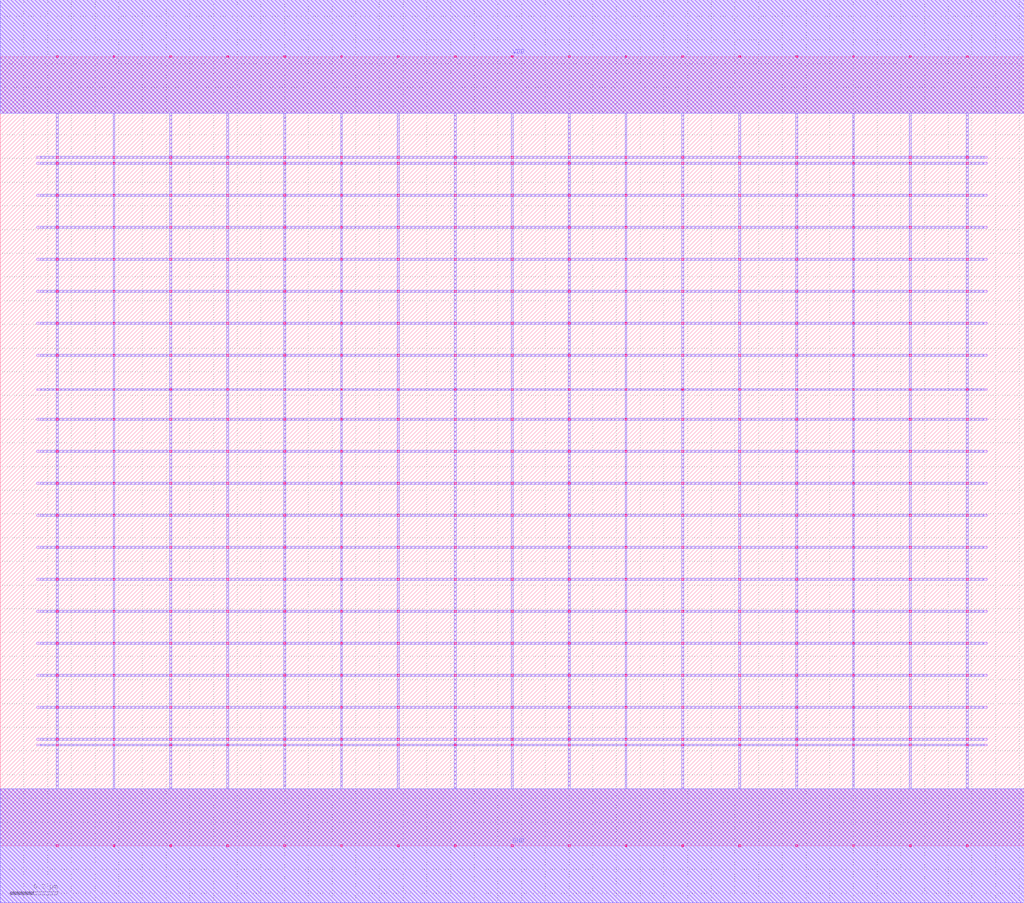
<source format=lef>
MACRO NAND2X1
 CLASS CORE ;
 FOREIGN NAND2X1 0 0 ;
 SIZE 4.32 BY 3.33 ;
 ORIGIN 0 0 ;
 SYMMETRY X Y R90 ;
 SITE unit ;
  PIN VDD
   DIRECTION INOUT ;
   USE POWER ;
   SHAPE ABUTMENT ;
    PORT
     CLASS CORE ;
       LAYER li1 ;
        RECT 0.00000000 3.09000000 4.32000000 3.57000000 ;
       LAYER met1 ;
        RECT 0.00000000 3.09000000 4.32000000 3.57000000 ;
    END
  END VDD

  PIN GND
   DIRECTION INOUT ;
   USE POWER ;
   SHAPE ABUTMENT ;
    PORT
     CLASS CORE ;
       LAYER li1 ;
        RECT 0.00000000 -0.24000000 4.32000000 0.24000000 ;
       LAYER met1 ;
        RECT 0.00000000 -0.24000000 4.32000000 0.24000000 ;
    END
  END GND

 OBS
    LAYER polycont ;
     RECT 1.43600000 0.98600000 1.44400000 0.99400000 ;
     RECT 2.87600000 0.98600000 2.88400000 0.99400000 ;
     RECT 1.43600000 1.92100000 1.44400000 1.92900000 ;
     RECT 2.87600000 1.92100000 2.88400000 1.92900000 ;

    LAYER pdiffc ;
     RECT 0.71600000 2.33600000 0.72400000 2.34400000 ;
     RECT 0.95600000 2.33600000 0.96400000 2.34400000 ;
     RECT 1.91600000 2.33600000 1.92400000 2.34400000 ;
     RECT 2.15600000 2.33600000 2.16400000 2.34400000 ;
     RECT 2.39600000 2.33600000 2.40400000 2.34400000 ;
     RECT 3.35600000 2.33600000 3.36400000 2.34400000 ;
     RECT 3.59600000 2.33600000 3.60400000 2.34400000 ;
     RECT 0.71600000 2.47100000 0.72400000 2.47900000 ;
     RECT 0.95600000 2.47100000 0.96400000 2.47900000 ;
     RECT 1.91600000 2.47100000 1.92400000 2.47900000 ;
     RECT 2.15600000 2.47100000 2.16400000 2.47900000 ;
     RECT 2.39600000 2.47100000 2.40400000 2.47900000 ;
     RECT 3.35600000 2.47100000 3.36400000 2.47900000 ;
     RECT 3.59600000 2.47100000 3.60400000 2.47900000 ;
     RECT 0.71600000 2.60600000 0.72400000 2.61400000 ;
     RECT 0.95600000 2.60600000 0.96400000 2.61400000 ;
     RECT 1.91600000 2.60600000 1.92400000 2.61400000 ;
     RECT 2.15600000 2.60600000 2.16400000 2.61400000 ;
     RECT 2.39600000 2.60600000 2.40400000 2.61400000 ;
     RECT 3.35600000 2.60600000 3.36400000 2.61400000 ;
     RECT 3.59600000 2.60600000 3.60400000 2.61400000 ;
     RECT 0.71600000 2.74100000 0.72400000 2.74900000 ;
     RECT 0.95600000 2.74100000 0.96400000 2.74900000 ;
     RECT 1.91600000 2.74100000 1.92400000 2.74900000 ;
     RECT 2.15600000 2.74100000 2.16400000 2.74900000 ;
     RECT 2.39600000 2.74100000 2.40400000 2.74900000 ;
     RECT 3.35600000 2.74100000 3.36400000 2.74900000 ;
     RECT 3.59600000 2.74100000 3.60400000 2.74900000 ;
     RECT 0.71600000 2.87600000 0.72400000 2.88400000 ;
     RECT 0.95600000 2.87600000 0.96400000 2.88400000 ;
     RECT 1.91600000 2.87600000 1.92400000 2.88400000 ;
     RECT 2.15600000 2.87600000 2.16400000 2.88400000 ;
     RECT 2.39600000 2.87600000 2.40400000 2.88400000 ;
     RECT 3.35600000 2.87600000 3.36400000 2.88400000 ;
     RECT 3.59600000 2.87600000 3.60400000 2.88400000 ;
     RECT 0.71600000 2.90100000 0.72400000 2.90900000 ;
     RECT 0.95600000 2.90100000 0.96400000 2.90900000 ;
     RECT 1.91600000 2.90100000 1.92400000 2.90900000 ;
     RECT 2.15600000 2.90100000 2.16400000 2.90900000 ;
     RECT 2.39600000 2.90100000 2.40400000 2.90900000 ;
     RECT 3.35600000 2.90100000 3.36400000 2.90900000 ;
     RECT 3.59600000 2.90100000 3.60400000 2.90900000 ;

    LAYER ndiffc ;
     RECT 0.71600000 0.42100000 0.72400000 0.42900000 ;
     RECT 0.95600000 0.42100000 0.96400000 0.42900000 ;
     RECT 1.91600000 0.42100000 1.92400000 0.42900000 ;
     RECT 2.15600000 0.42100000 2.16400000 0.42900000 ;
     RECT 2.39600000 0.42100000 2.40400000 0.42900000 ;
     RECT 3.35600000 0.42100000 3.36400000 0.42900000 ;
     RECT 3.59600000 0.42100000 3.60400000 0.42900000 ;
     RECT 0.71600000 0.44600000 0.72400000 0.45400000 ;
     RECT 0.95600000 0.44600000 0.96400000 0.45400000 ;
     RECT 1.91600000 0.44600000 1.92400000 0.45400000 ;
     RECT 2.15600000 0.44600000 2.16400000 0.45400000 ;
     RECT 2.39600000 0.44600000 2.40400000 0.45400000 ;
     RECT 3.35600000 0.44600000 3.36400000 0.45400000 ;
     RECT 3.59600000 0.44600000 3.60400000 0.45400000 ;
     RECT 0.71600000 0.58100000 0.72400000 0.58900000 ;
     RECT 0.95600000 0.58100000 0.96400000 0.58900000 ;
     RECT 1.91600000 0.58100000 1.92400000 0.58900000 ;
     RECT 2.15600000 0.58100000 2.16400000 0.58900000 ;
     RECT 2.39600000 0.58100000 2.40400000 0.58900000 ;
     RECT 3.35600000 0.58100000 3.36400000 0.58900000 ;
     RECT 3.59600000 0.58100000 3.60400000 0.58900000 ;

    LAYER li1 ;
     RECT 0.00000000 -0.24000000 4.32000000 0.24000000 ;
     RECT 0.23600000 0.24000000 0.24400000 0.42100000 ;
     RECT 0.47600000 0.24000000 0.48400000 0.42100000 ;
     RECT 0.71600000 0.24000000 0.72400000 0.42100000 ;
     RECT 0.95600000 0.24000000 0.96400000 0.42100000 ;
     RECT 1.19600000 0.24000000 1.20400000 0.42100000 ;
     RECT 1.43600000 0.24000000 1.44400000 0.42100000 ;
     RECT 1.67600000 0.24000000 1.68400000 0.42100000 ;
     RECT 1.91600000 0.24000000 1.92400000 0.42100000 ;
     RECT 2.15600000 0.24000000 2.16400000 0.42100000 ;
     RECT 2.39600000 0.24000000 2.40400000 0.42100000 ;
     RECT 2.63600000 0.24000000 2.64400000 0.42100000 ;
     RECT 2.87600000 0.24000000 2.88400000 0.42100000 ;
     RECT 3.11600000 0.24000000 3.12400000 0.42100000 ;
     RECT 3.35600000 0.24000000 3.36400000 0.42100000 ;
     RECT 3.59600000 0.24000000 3.60400000 0.42100000 ;
     RECT 3.83600000 0.24000000 3.84400000 0.42100000 ;
     RECT 4.07600000 0.24000000 4.08400000 0.42100000 ;
     RECT 0.15500000 0.42100000 4.16500000 0.42900000 ;
     RECT 0.23600000 0.42900000 0.24400000 0.44600000 ;
     RECT 0.47600000 0.42900000 0.48400000 0.44600000 ;
     RECT 0.71600000 0.42900000 0.72400000 0.44600000 ;
     RECT 0.95600000 0.42900000 0.96400000 0.44600000 ;
     RECT 1.19600000 0.42900000 1.20400000 0.44600000 ;
     RECT 1.43600000 0.42900000 1.44400000 0.44600000 ;
     RECT 1.67600000 0.42900000 1.68400000 0.44600000 ;
     RECT 1.91600000 0.42900000 1.92400000 0.44600000 ;
     RECT 2.15600000 0.42900000 2.16400000 0.44600000 ;
     RECT 2.39600000 0.42900000 2.40400000 0.44600000 ;
     RECT 2.63600000 0.42900000 2.64400000 0.44600000 ;
     RECT 2.87600000 0.42900000 2.88400000 0.44600000 ;
     RECT 3.11600000 0.42900000 3.12400000 0.44600000 ;
     RECT 3.35600000 0.42900000 3.36400000 0.44600000 ;
     RECT 3.59600000 0.42900000 3.60400000 0.44600000 ;
     RECT 3.83600000 0.42900000 3.84400000 0.44600000 ;
     RECT 4.07600000 0.42900000 4.08400000 0.44600000 ;
     RECT 0.15500000 0.44600000 4.16500000 0.45400000 ;
     RECT 0.23600000 0.45400000 0.24400000 0.58100000 ;
     RECT 0.47600000 0.45400000 0.48400000 0.58100000 ;
     RECT 0.71600000 0.45400000 0.72400000 0.58100000 ;
     RECT 0.95600000 0.45400000 0.96400000 0.58100000 ;
     RECT 1.19600000 0.45400000 1.20400000 0.58100000 ;
     RECT 1.43600000 0.45400000 1.44400000 0.58100000 ;
     RECT 1.67600000 0.45400000 1.68400000 0.58100000 ;
     RECT 1.91600000 0.45400000 1.92400000 0.58100000 ;
     RECT 2.15600000 0.45400000 2.16400000 0.58100000 ;
     RECT 2.39600000 0.45400000 2.40400000 0.58100000 ;
     RECT 2.63600000 0.45400000 2.64400000 0.58100000 ;
     RECT 2.87600000 0.45400000 2.88400000 0.58100000 ;
     RECT 3.11600000 0.45400000 3.12400000 0.58100000 ;
     RECT 3.35600000 0.45400000 3.36400000 0.58100000 ;
     RECT 3.59600000 0.45400000 3.60400000 0.58100000 ;
     RECT 3.83600000 0.45400000 3.84400000 0.58100000 ;
     RECT 4.07600000 0.45400000 4.08400000 0.58100000 ;
     RECT 0.15500000 0.58100000 4.16500000 0.58900000 ;
     RECT 0.23600000 0.58900000 0.24400000 0.71600000 ;
     RECT 0.47600000 0.58900000 0.48400000 0.71600000 ;
     RECT 0.71600000 0.58900000 0.72400000 0.71600000 ;
     RECT 0.95600000 0.58900000 0.96400000 0.71600000 ;
     RECT 1.19600000 0.58900000 1.20400000 0.71600000 ;
     RECT 1.43600000 0.58900000 1.44400000 0.71600000 ;
     RECT 1.67600000 0.58900000 1.68400000 0.71600000 ;
     RECT 1.91600000 0.58900000 1.92400000 0.71600000 ;
     RECT 2.15600000 0.58900000 2.16400000 0.71600000 ;
     RECT 2.39600000 0.58900000 2.40400000 0.71600000 ;
     RECT 2.63600000 0.58900000 2.64400000 0.71600000 ;
     RECT 2.87600000 0.58900000 2.88400000 0.71600000 ;
     RECT 3.11600000 0.58900000 3.12400000 0.71600000 ;
     RECT 3.35600000 0.58900000 3.36400000 0.71600000 ;
     RECT 3.59600000 0.58900000 3.60400000 0.71600000 ;
     RECT 3.83600000 0.58900000 3.84400000 0.71600000 ;
     RECT 4.07600000 0.58900000 4.08400000 0.71600000 ;
     RECT 0.15500000 0.71600000 4.16500000 0.72400000 ;
     RECT 0.23600000 0.72400000 0.24400000 0.85100000 ;
     RECT 0.47600000 0.72400000 0.48400000 0.85100000 ;
     RECT 0.71600000 0.72400000 0.72400000 0.85100000 ;
     RECT 0.95600000 0.72400000 0.96400000 0.85100000 ;
     RECT 1.19600000 0.72400000 1.20400000 0.85100000 ;
     RECT 1.43600000 0.72400000 1.44400000 0.85100000 ;
     RECT 1.67600000 0.72400000 1.68400000 0.85100000 ;
     RECT 1.91600000 0.72400000 1.92400000 0.85100000 ;
     RECT 2.15600000 0.72400000 2.16400000 0.85100000 ;
     RECT 2.39600000 0.72400000 2.40400000 0.85100000 ;
     RECT 2.63600000 0.72400000 2.64400000 0.85100000 ;
     RECT 2.87600000 0.72400000 2.88400000 0.85100000 ;
     RECT 3.11600000 0.72400000 3.12400000 0.85100000 ;
     RECT 3.35600000 0.72400000 3.36400000 0.85100000 ;
     RECT 3.59600000 0.72400000 3.60400000 0.85100000 ;
     RECT 3.83600000 0.72400000 3.84400000 0.85100000 ;
     RECT 4.07600000 0.72400000 4.08400000 0.85100000 ;
     RECT 0.15500000 0.85100000 4.16500000 0.85900000 ;
     RECT 0.23600000 0.85900000 0.24400000 0.98600000 ;
     RECT 0.47600000 0.85900000 0.48400000 0.98600000 ;
     RECT 0.71600000 0.85900000 0.72400000 0.98600000 ;
     RECT 0.95600000 0.85900000 0.96400000 0.98600000 ;
     RECT 1.19600000 0.85900000 1.20400000 0.98600000 ;
     RECT 1.43600000 0.85900000 1.44400000 0.98600000 ;
     RECT 1.67600000 0.85900000 1.68400000 0.98600000 ;
     RECT 1.91600000 0.85900000 1.92400000 0.98600000 ;
     RECT 2.15600000 0.85900000 2.16400000 0.98600000 ;
     RECT 2.39600000 0.85900000 2.40400000 0.98600000 ;
     RECT 2.63600000 0.85900000 2.64400000 0.98600000 ;
     RECT 2.87600000 0.85900000 2.88400000 0.98600000 ;
     RECT 3.11600000 0.85900000 3.12400000 0.98600000 ;
     RECT 3.35600000 0.85900000 3.36400000 0.98600000 ;
     RECT 3.59600000 0.85900000 3.60400000 0.98600000 ;
     RECT 3.83600000 0.85900000 3.84400000 0.98600000 ;
     RECT 4.07600000 0.85900000 4.08400000 0.98600000 ;
     RECT 0.15500000 0.98600000 4.16500000 0.99400000 ;
     RECT 0.23600000 0.99400000 0.24400000 1.12100000 ;
     RECT 0.47600000 0.99400000 0.48400000 1.12100000 ;
     RECT 0.71600000 0.99400000 0.72400000 1.12100000 ;
     RECT 0.95600000 0.99400000 0.96400000 1.12100000 ;
     RECT 1.19600000 0.99400000 1.20400000 1.12100000 ;
     RECT 1.43600000 0.99400000 1.44400000 1.12100000 ;
     RECT 1.67600000 0.99400000 1.68400000 1.12100000 ;
     RECT 1.91600000 0.99400000 1.92400000 1.12100000 ;
     RECT 2.15600000 0.99400000 2.16400000 1.12100000 ;
     RECT 2.39600000 0.99400000 2.40400000 1.12100000 ;
     RECT 2.63600000 0.99400000 2.64400000 1.12100000 ;
     RECT 2.87600000 0.99400000 2.88400000 1.12100000 ;
     RECT 3.11600000 0.99400000 3.12400000 1.12100000 ;
     RECT 3.35600000 0.99400000 3.36400000 1.12100000 ;
     RECT 3.59600000 0.99400000 3.60400000 1.12100000 ;
     RECT 3.83600000 0.99400000 3.84400000 1.12100000 ;
     RECT 4.07600000 0.99400000 4.08400000 1.12100000 ;
     RECT 0.15500000 1.12100000 4.16500000 1.12900000 ;
     RECT 0.23600000 1.12900000 0.24400000 1.25600000 ;
     RECT 0.47600000 1.12900000 0.48400000 1.25600000 ;
     RECT 0.71600000 1.12900000 0.72400000 1.25600000 ;
     RECT 0.95600000 1.12900000 0.96400000 1.25600000 ;
     RECT 1.19600000 1.12900000 1.20400000 1.25600000 ;
     RECT 1.43600000 1.12900000 1.44400000 1.25600000 ;
     RECT 1.67600000 1.12900000 1.68400000 1.25600000 ;
     RECT 1.91600000 1.12900000 1.92400000 1.25600000 ;
     RECT 2.15600000 1.12900000 2.16400000 1.25600000 ;
     RECT 2.39600000 1.12900000 2.40400000 1.25600000 ;
     RECT 2.63600000 1.12900000 2.64400000 1.25600000 ;
     RECT 2.87600000 1.12900000 2.88400000 1.25600000 ;
     RECT 3.11600000 1.12900000 3.12400000 1.25600000 ;
     RECT 3.35600000 1.12900000 3.36400000 1.25600000 ;
     RECT 3.59600000 1.12900000 3.60400000 1.25600000 ;
     RECT 3.83600000 1.12900000 3.84400000 1.25600000 ;
     RECT 4.07600000 1.12900000 4.08400000 1.25600000 ;
     RECT 0.15500000 1.25600000 4.16500000 1.26400000 ;
     RECT 0.23600000 1.26400000 0.24400000 1.39100000 ;
     RECT 0.47600000 1.26400000 0.48400000 1.39100000 ;
     RECT 0.71600000 1.26400000 0.72400000 1.39100000 ;
     RECT 0.95600000 1.26400000 0.96400000 1.39100000 ;
     RECT 1.19600000 1.26400000 1.20400000 1.39100000 ;
     RECT 1.43600000 1.26400000 1.44400000 1.39100000 ;
     RECT 1.67600000 1.26400000 1.68400000 1.39100000 ;
     RECT 1.91600000 1.26400000 1.92400000 1.39100000 ;
     RECT 2.15600000 1.26400000 2.16400000 1.39100000 ;
     RECT 2.39600000 1.26400000 2.40400000 1.39100000 ;
     RECT 2.63600000 1.26400000 2.64400000 1.39100000 ;
     RECT 2.87600000 1.26400000 2.88400000 1.39100000 ;
     RECT 3.11600000 1.26400000 3.12400000 1.39100000 ;
     RECT 3.35600000 1.26400000 3.36400000 1.39100000 ;
     RECT 3.59600000 1.26400000 3.60400000 1.39100000 ;
     RECT 3.83600000 1.26400000 3.84400000 1.39100000 ;
     RECT 4.07600000 1.26400000 4.08400000 1.39100000 ;
     RECT 0.15500000 1.39100000 4.16500000 1.39900000 ;
     RECT 0.23600000 1.39900000 0.24400000 1.52600000 ;
     RECT 0.47600000 1.39900000 0.48400000 1.52600000 ;
     RECT 0.71600000 1.39900000 0.72400000 1.52600000 ;
     RECT 0.95600000 1.39900000 0.96400000 1.52600000 ;
     RECT 1.19600000 1.39900000 1.20400000 1.52600000 ;
     RECT 1.43600000 1.39900000 1.44400000 1.52600000 ;
     RECT 1.67600000 1.39900000 1.68400000 1.52600000 ;
     RECT 1.91600000 1.39900000 1.92400000 1.52600000 ;
     RECT 2.15600000 1.39900000 2.16400000 1.52600000 ;
     RECT 2.39600000 1.39900000 2.40400000 1.52600000 ;
     RECT 2.63600000 1.39900000 2.64400000 1.52600000 ;
     RECT 2.87600000 1.39900000 2.88400000 1.52600000 ;
     RECT 3.11600000 1.39900000 3.12400000 1.52600000 ;
     RECT 3.35600000 1.39900000 3.36400000 1.52600000 ;
     RECT 3.59600000 1.39900000 3.60400000 1.52600000 ;
     RECT 3.83600000 1.39900000 3.84400000 1.52600000 ;
     RECT 4.07600000 1.39900000 4.08400000 1.52600000 ;
     RECT 0.15500000 1.52600000 4.16500000 1.53400000 ;
     RECT 0.23600000 1.53400000 0.24400000 1.66100000 ;
     RECT 0.47600000 1.53400000 0.48400000 1.66100000 ;
     RECT 0.71600000 1.53400000 0.72400000 1.66100000 ;
     RECT 0.95600000 1.53400000 0.96400000 1.66100000 ;
     RECT 1.19600000 1.53400000 1.20400000 1.66100000 ;
     RECT 1.43600000 1.53400000 1.44400000 1.66100000 ;
     RECT 1.67600000 1.53400000 1.68400000 1.66100000 ;
     RECT 1.91600000 1.53400000 1.92400000 1.66100000 ;
     RECT 2.15600000 1.53400000 2.16400000 1.66100000 ;
     RECT 2.39600000 1.53400000 2.40400000 1.66100000 ;
     RECT 2.63600000 1.53400000 2.64400000 1.66100000 ;
     RECT 2.87600000 1.53400000 2.88400000 1.66100000 ;
     RECT 3.11600000 1.53400000 3.12400000 1.66100000 ;
     RECT 3.35600000 1.53400000 3.36400000 1.66100000 ;
     RECT 3.59600000 1.53400000 3.60400000 1.66100000 ;
     RECT 3.83600000 1.53400000 3.84400000 1.66100000 ;
     RECT 4.07600000 1.53400000 4.08400000 1.66100000 ;
     RECT 0.15500000 1.66100000 4.16500000 1.66900000 ;
     RECT 0.23600000 1.66900000 0.24400000 1.79600000 ;
     RECT 0.47600000 1.66900000 0.48400000 1.79600000 ;
     RECT 0.71600000 1.66900000 0.72400000 1.79600000 ;
     RECT 0.95600000 1.66900000 0.96400000 1.79600000 ;
     RECT 1.19600000 1.66900000 1.20400000 1.79600000 ;
     RECT 1.43600000 1.66900000 1.44400000 1.79600000 ;
     RECT 1.67600000 1.66900000 1.68400000 1.79600000 ;
     RECT 1.91600000 1.66900000 1.92400000 1.79600000 ;
     RECT 2.15600000 1.66900000 2.16400000 1.79600000 ;
     RECT 2.39600000 1.66900000 2.40400000 1.79600000 ;
     RECT 2.63600000 1.66900000 2.64400000 1.79600000 ;
     RECT 2.87600000 1.66900000 2.88400000 1.79600000 ;
     RECT 3.11600000 1.66900000 3.12400000 1.79600000 ;
     RECT 3.35600000 1.66900000 3.36400000 1.79600000 ;
     RECT 3.59600000 1.66900000 3.60400000 1.79600000 ;
     RECT 3.83600000 1.66900000 3.84400000 1.79600000 ;
     RECT 4.07600000 1.66900000 4.08400000 1.79600000 ;
     RECT 0.15500000 1.79600000 4.16500000 1.80400000 ;
     RECT 0.23600000 1.80400000 0.24400000 1.92100000 ;
     RECT 0.47600000 1.80400000 0.48400000 1.92100000 ;
     RECT 0.71600000 1.80400000 0.72400000 1.92100000 ;
     RECT 0.95600000 1.80400000 0.96400000 1.92100000 ;
     RECT 1.19600000 1.80400000 1.20400000 1.92100000 ;
     RECT 1.43600000 1.80400000 1.44400000 1.92100000 ;
     RECT 1.67600000 1.80400000 1.68400000 1.92100000 ;
     RECT 1.91600000 1.80400000 1.92400000 1.92100000 ;
     RECT 2.15600000 1.80400000 2.16400000 1.92100000 ;
     RECT 2.39600000 1.80400000 2.40400000 1.92100000 ;
     RECT 2.63600000 1.80400000 2.64400000 1.92100000 ;
     RECT 2.87600000 1.80400000 2.88400000 1.92100000 ;
     RECT 3.11600000 1.80400000 3.12400000 1.92100000 ;
     RECT 3.35600000 1.80400000 3.36400000 1.92100000 ;
     RECT 3.59600000 1.80400000 3.60400000 1.92100000 ;
     RECT 3.83600000 1.80400000 3.84400000 1.92100000 ;
     RECT 4.07600000 1.80400000 4.08400000 1.92100000 ;
     RECT 0.15500000 1.92100000 4.16500000 1.92900000 ;
     RECT 0.23600000 1.92900000 0.24400000 2.06600000 ;
     RECT 0.47600000 1.92900000 0.48400000 2.06600000 ;
     RECT 0.71600000 1.92900000 0.72400000 2.06600000 ;
     RECT 0.95600000 1.92900000 0.96400000 2.06600000 ;
     RECT 1.19600000 1.92900000 1.20400000 2.06600000 ;
     RECT 1.43600000 1.92900000 1.44400000 2.06600000 ;
     RECT 1.67600000 1.92900000 1.68400000 2.06600000 ;
     RECT 1.91600000 1.92900000 1.92400000 2.06600000 ;
     RECT 2.15600000 1.92900000 2.16400000 2.06600000 ;
     RECT 2.39600000 1.92900000 2.40400000 2.06600000 ;
     RECT 2.63600000 1.92900000 2.64400000 2.06600000 ;
     RECT 2.87600000 1.92900000 2.88400000 2.06600000 ;
     RECT 3.11600000 1.92900000 3.12400000 2.06600000 ;
     RECT 3.35600000 1.92900000 3.36400000 2.06600000 ;
     RECT 3.59600000 1.92900000 3.60400000 2.06600000 ;
     RECT 3.83600000 1.92900000 3.84400000 2.06600000 ;
     RECT 4.07600000 1.92900000 4.08400000 2.06600000 ;
     RECT 0.15500000 2.06600000 4.16500000 2.07400000 ;
     RECT 0.23600000 2.07400000 0.24400000 2.20100000 ;
     RECT 0.47600000 2.07400000 0.48400000 2.20100000 ;
     RECT 0.71600000 2.07400000 0.72400000 2.20100000 ;
     RECT 0.95600000 2.07400000 0.96400000 2.20100000 ;
     RECT 1.19600000 2.07400000 1.20400000 2.20100000 ;
     RECT 1.43600000 2.07400000 1.44400000 2.20100000 ;
     RECT 1.67600000 2.07400000 1.68400000 2.20100000 ;
     RECT 1.91600000 2.07400000 1.92400000 2.20100000 ;
     RECT 2.15600000 2.07400000 2.16400000 2.20100000 ;
     RECT 2.39600000 2.07400000 2.40400000 2.20100000 ;
     RECT 2.63600000 2.07400000 2.64400000 2.20100000 ;
     RECT 2.87600000 2.07400000 2.88400000 2.20100000 ;
     RECT 3.11600000 2.07400000 3.12400000 2.20100000 ;
     RECT 3.35600000 2.07400000 3.36400000 2.20100000 ;
     RECT 3.59600000 2.07400000 3.60400000 2.20100000 ;
     RECT 3.83600000 2.07400000 3.84400000 2.20100000 ;
     RECT 4.07600000 2.07400000 4.08400000 2.20100000 ;
     RECT 0.15500000 2.20100000 4.16500000 2.20900000 ;
     RECT 0.23600000 2.20900000 0.24400000 2.33600000 ;
     RECT 0.47600000 2.20900000 0.48400000 2.33600000 ;
     RECT 0.71600000 2.20900000 0.72400000 2.33600000 ;
     RECT 0.95600000 2.20900000 0.96400000 2.33600000 ;
     RECT 1.19600000 2.20900000 1.20400000 2.33600000 ;
     RECT 1.43600000 2.20900000 1.44400000 2.33600000 ;
     RECT 1.67600000 2.20900000 1.68400000 2.33600000 ;
     RECT 1.91600000 2.20900000 1.92400000 2.33600000 ;
     RECT 2.15600000 2.20900000 2.16400000 2.33600000 ;
     RECT 2.39600000 2.20900000 2.40400000 2.33600000 ;
     RECT 2.63600000 2.20900000 2.64400000 2.33600000 ;
     RECT 2.87600000 2.20900000 2.88400000 2.33600000 ;
     RECT 3.11600000 2.20900000 3.12400000 2.33600000 ;
     RECT 3.35600000 2.20900000 3.36400000 2.33600000 ;
     RECT 3.59600000 2.20900000 3.60400000 2.33600000 ;
     RECT 3.83600000 2.20900000 3.84400000 2.33600000 ;
     RECT 4.07600000 2.20900000 4.08400000 2.33600000 ;
     RECT 0.15500000 2.33600000 4.16500000 2.34400000 ;
     RECT 0.23600000 2.34400000 0.24400000 2.47100000 ;
     RECT 0.47600000 2.34400000 0.48400000 2.47100000 ;
     RECT 0.71600000 2.34400000 0.72400000 2.47100000 ;
     RECT 0.95600000 2.34400000 0.96400000 2.47100000 ;
     RECT 1.19600000 2.34400000 1.20400000 2.47100000 ;
     RECT 1.43600000 2.34400000 1.44400000 2.47100000 ;
     RECT 1.67600000 2.34400000 1.68400000 2.47100000 ;
     RECT 1.91600000 2.34400000 1.92400000 2.47100000 ;
     RECT 2.15600000 2.34400000 2.16400000 2.47100000 ;
     RECT 2.39600000 2.34400000 2.40400000 2.47100000 ;
     RECT 2.63600000 2.34400000 2.64400000 2.47100000 ;
     RECT 2.87600000 2.34400000 2.88400000 2.47100000 ;
     RECT 3.11600000 2.34400000 3.12400000 2.47100000 ;
     RECT 3.35600000 2.34400000 3.36400000 2.47100000 ;
     RECT 3.59600000 2.34400000 3.60400000 2.47100000 ;
     RECT 3.83600000 2.34400000 3.84400000 2.47100000 ;
     RECT 4.07600000 2.34400000 4.08400000 2.47100000 ;
     RECT 0.15500000 2.47100000 4.16500000 2.47900000 ;
     RECT 0.23600000 2.47900000 0.24400000 2.60600000 ;
     RECT 0.47600000 2.47900000 0.48400000 2.60600000 ;
     RECT 0.71600000 2.47900000 0.72400000 2.60600000 ;
     RECT 0.95600000 2.47900000 0.96400000 2.60600000 ;
     RECT 1.19600000 2.47900000 1.20400000 2.60600000 ;
     RECT 1.43600000 2.47900000 1.44400000 2.60600000 ;
     RECT 1.67600000 2.47900000 1.68400000 2.60600000 ;
     RECT 1.91600000 2.47900000 1.92400000 2.60600000 ;
     RECT 2.15600000 2.47900000 2.16400000 2.60600000 ;
     RECT 2.39600000 2.47900000 2.40400000 2.60600000 ;
     RECT 2.63600000 2.47900000 2.64400000 2.60600000 ;
     RECT 2.87600000 2.47900000 2.88400000 2.60600000 ;
     RECT 3.11600000 2.47900000 3.12400000 2.60600000 ;
     RECT 3.35600000 2.47900000 3.36400000 2.60600000 ;
     RECT 3.59600000 2.47900000 3.60400000 2.60600000 ;
     RECT 3.83600000 2.47900000 3.84400000 2.60600000 ;
     RECT 4.07600000 2.47900000 4.08400000 2.60600000 ;
     RECT 0.15500000 2.60600000 4.16500000 2.61400000 ;
     RECT 0.23600000 2.61400000 0.24400000 2.74100000 ;
     RECT 0.47600000 2.61400000 0.48400000 2.74100000 ;
     RECT 0.71600000 2.61400000 0.72400000 2.74100000 ;
     RECT 0.95600000 2.61400000 0.96400000 2.74100000 ;
     RECT 1.19600000 2.61400000 1.20400000 2.74100000 ;
     RECT 1.43600000 2.61400000 1.44400000 2.74100000 ;
     RECT 1.67600000 2.61400000 1.68400000 2.74100000 ;
     RECT 1.91600000 2.61400000 1.92400000 2.74100000 ;
     RECT 2.15600000 2.61400000 2.16400000 2.74100000 ;
     RECT 2.39600000 2.61400000 2.40400000 2.74100000 ;
     RECT 2.63600000 2.61400000 2.64400000 2.74100000 ;
     RECT 2.87600000 2.61400000 2.88400000 2.74100000 ;
     RECT 3.11600000 2.61400000 3.12400000 2.74100000 ;
     RECT 3.35600000 2.61400000 3.36400000 2.74100000 ;
     RECT 3.59600000 2.61400000 3.60400000 2.74100000 ;
     RECT 3.83600000 2.61400000 3.84400000 2.74100000 ;
     RECT 4.07600000 2.61400000 4.08400000 2.74100000 ;
     RECT 0.15500000 2.74100000 4.16500000 2.74900000 ;
     RECT 0.23600000 2.74900000 0.24400000 2.87600000 ;
     RECT 0.47600000 2.74900000 0.48400000 2.87600000 ;
     RECT 0.71600000 2.74900000 0.72400000 2.87600000 ;
     RECT 0.95600000 2.74900000 0.96400000 2.87600000 ;
     RECT 1.19600000 2.74900000 1.20400000 2.87600000 ;
     RECT 1.43600000 2.74900000 1.44400000 2.87600000 ;
     RECT 1.67600000 2.74900000 1.68400000 2.87600000 ;
     RECT 1.91600000 2.74900000 1.92400000 2.87600000 ;
     RECT 2.15600000 2.74900000 2.16400000 2.87600000 ;
     RECT 2.39600000 2.74900000 2.40400000 2.87600000 ;
     RECT 2.63600000 2.74900000 2.64400000 2.87600000 ;
     RECT 2.87600000 2.74900000 2.88400000 2.87600000 ;
     RECT 3.11600000 2.74900000 3.12400000 2.87600000 ;
     RECT 3.35600000 2.74900000 3.36400000 2.87600000 ;
     RECT 3.59600000 2.74900000 3.60400000 2.87600000 ;
     RECT 3.83600000 2.74900000 3.84400000 2.87600000 ;
     RECT 4.07600000 2.74900000 4.08400000 2.87600000 ;
     RECT 0.15500000 2.87600000 4.16500000 2.88400000 ;
     RECT 0.23600000 2.88400000 0.24400000 2.90100000 ;
     RECT 0.47600000 2.88400000 0.48400000 2.90100000 ;
     RECT 0.71600000 2.88400000 0.72400000 2.90100000 ;
     RECT 0.95600000 2.88400000 0.96400000 2.90100000 ;
     RECT 1.19600000 2.88400000 1.20400000 2.90100000 ;
     RECT 1.43600000 2.88400000 1.44400000 2.90100000 ;
     RECT 1.67600000 2.88400000 1.68400000 2.90100000 ;
     RECT 1.91600000 2.88400000 1.92400000 2.90100000 ;
     RECT 2.15600000 2.88400000 2.16400000 2.90100000 ;
     RECT 2.39600000 2.88400000 2.40400000 2.90100000 ;
     RECT 2.63600000 2.88400000 2.64400000 2.90100000 ;
     RECT 2.87600000 2.88400000 2.88400000 2.90100000 ;
     RECT 3.11600000 2.88400000 3.12400000 2.90100000 ;
     RECT 3.35600000 2.88400000 3.36400000 2.90100000 ;
     RECT 3.59600000 2.88400000 3.60400000 2.90100000 ;
     RECT 3.83600000 2.88400000 3.84400000 2.90100000 ;
     RECT 4.07600000 2.88400000 4.08400000 2.90100000 ;
     RECT 0.15500000 2.90100000 4.16500000 2.90900000 ;
     RECT 0.23600000 2.90900000 0.24400000 3.09000000 ;
     RECT 0.47600000 2.90900000 0.48400000 3.09000000 ;
     RECT 0.71600000 2.90900000 0.72400000 3.09000000 ;
     RECT 0.95600000 2.90900000 0.96400000 3.09000000 ;
     RECT 1.19600000 2.90900000 1.20400000 3.09000000 ;
     RECT 1.43600000 2.90900000 1.44400000 3.09000000 ;
     RECT 1.67600000 2.90900000 1.68400000 3.09000000 ;
     RECT 1.91600000 2.90900000 1.92400000 3.09000000 ;
     RECT 2.15600000 2.90900000 2.16400000 3.09000000 ;
     RECT 2.39600000 2.90900000 2.40400000 3.09000000 ;
     RECT 2.63600000 2.90900000 2.64400000 3.09000000 ;
     RECT 2.87600000 2.90900000 2.88400000 3.09000000 ;
     RECT 3.11600000 2.90900000 3.12400000 3.09000000 ;
     RECT 3.35600000 2.90900000 3.36400000 3.09000000 ;
     RECT 3.59600000 2.90900000 3.60400000 3.09000000 ;
     RECT 3.83600000 2.90900000 3.84400000 3.09000000 ;
     RECT 4.07600000 2.90900000 4.08400000 3.09000000 ;
     RECT 0.00000000 3.09000000 4.32000000 3.57000000 ;

    LAYER viali ;
     RECT 0.23600000 -0.00400000 0.24400000 0.00400000 ;
     RECT 0.47600000 -0.00400000 0.48400000 0.00400000 ;
     RECT 0.71600000 -0.00400000 0.72400000 0.00400000 ;
     RECT 0.95600000 -0.00400000 0.96400000 0.00400000 ;
     RECT 1.19600000 -0.00400000 1.20400000 0.00400000 ;
     RECT 1.43600000 -0.00400000 1.44400000 0.00400000 ;
     RECT 1.67600000 -0.00400000 1.68400000 0.00400000 ;
     RECT 1.91600000 -0.00400000 1.92400000 0.00400000 ;
     RECT 2.15600000 -0.00400000 2.16400000 0.00400000 ;
     RECT 2.39600000 -0.00400000 2.40400000 0.00400000 ;
     RECT 2.63600000 -0.00400000 2.64400000 0.00400000 ;
     RECT 2.87600000 -0.00400000 2.88400000 0.00400000 ;
     RECT 3.11600000 -0.00400000 3.12400000 0.00400000 ;
     RECT 3.35600000 -0.00400000 3.36400000 0.00400000 ;
     RECT 3.59600000 -0.00400000 3.60400000 0.00400000 ;
     RECT 3.83600000 -0.00400000 3.84400000 0.00400000 ;
     RECT 4.07600000 -0.00400000 4.08400000 0.00400000 ;
     RECT 0.23600000 0.42100000 0.24400000 0.42900000 ;
     RECT 0.47600000 0.42100000 0.48400000 0.42900000 ;
     RECT 0.71600000 0.42100000 0.72400000 0.42900000 ;
     RECT 0.95600000 0.42100000 0.96400000 0.42900000 ;
     RECT 1.19600000 0.42100000 1.20400000 0.42900000 ;
     RECT 1.43600000 0.42100000 1.44400000 0.42900000 ;
     RECT 1.67600000 0.42100000 1.68400000 0.42900000 ;
     RECT 1.91600000 0.42100000 1.92400000 0.42900000 ;
     RECT 2.15600000 0.42100000 2.16400000 0.42900000 ;
     RECT 2.39600000 0.42100000 2.40400000 0.42900000 ;
     RECT 2.63600000 0.42100000 2.64400000 0.42900000 ;
     RECT 2.87600000 0.42100000 2.88400000 0.42900000 ;
     RECT 3.11600000 0.42100000 3.12400000 0.42900000 ;
     RECT 3.35600000 0.42100000 3.36400000 0.42900000 ;
     RECT 3.59600000 0.42100000 3.60400000 0.42900000 ;
     RECT 3.83600000 0.42100000 3.84400000 0.42900000 ;
     RECT 4.07600000 0.42100000 4.08400000 0.42900000 ;
     RECT 0.23600000 0.44600000 0.24400000 0.45400000 ;
     RECT 0.47600000 0.44600000 0.48400000 0.45400000 ;
     RECT 0.71600000 0.44600000 0.72400000 0.45400000 ;
     RECT 0.95600000 0.44600000 0.96400000 0.45400000 ;
     RECT 1.19600000 0.44600000 1.20400000 0.45400000 ;
     RECT 1.43600000 0.44600000 1.44400000 0.45400000 ;
     RECT 1.67600000 0.44600000 1.68400000 0.45400000 ;
     RECT 1.91600000 0.44600000 1.92400000 0.45400000 ;
     RECT 2.15600000 0.44600000 2.16400000 0.45400000 ;
     RECT 2.39600000 0.44600000 2.40400000 0.45400000 ;
     RECT 2.63600000 0.44600000 2.64400000 0.45400000 ;
     RECT 2.87600000 0.44600000 2.88400000 0.45400000 ;
     RECT 3.11600000 0.44600000 3.12400000 0.45400000 ;
     RECT 3.35600000 0.44600000 3.36400000 0.45400000 ;
     RECT 3.59600000 0.44600000 3.60400000 0.45400000 ;
     RECT 3.83600000 0.44600000 3.84400000 0.45400000 ;
     RECT 4.07600000 0.44600000 4.08400000 0.45400000 ;
     RECT 0.23600000 0.58100000 0.24400000 0.58900000 ;
     RECT 0.47600000 0.58100000 0.48400000 0.58900000 ;
     RECT 0.71600000 0.58100000 0.72400000 0.58900000 ;
     RECT 0.95600000 0.58100000 0.96400000 0.58900000 ;
     RECT 1.19600000 0.58100000 1.20400000 0.58900000 ;
     RECT 1.43600000 0.58100000 1.44400000 0.58900000 ;
     RECT 1.67600000 0.58100000 1.68400000 0.58900000 ;
     RECT 1.91600000 0.58100000 1.92400000 0.58900000 ;
     RECT 2.15600000 0.58100000 2.16400000 0.58900000 ;
     RECT 2.39600000 0.58100000 2.40400000 0.58900000 ;
     RECT 2.63600000 0.58100000 2.64400000 0.58900000 ;
     RECT 2.87600000 0.58100000 2.88400000 0.58900000 ;
     RECT 3.11600000 0.58100000 3.12400000 0.58900000 ;
     RECT 3.35600000 0.58100000 3.36400000 0.58900000 ;
     RECT 3.59600000 0.58100000 3.60400000 0.58900000 ;
     RECT 3.83600000 0.58100000 3.84400000 0.58900000 ;
     RECT 4.07600000 0.58100000 4.08400000 0.58900000 ;
     RECT 0.23600000 0.71600000 0.24400000 0.72400000 ;
     RECT 0.47600000 0.71600000 0.48400000 0.72400000 ;
     RECT 0.71600000 0.71600000 0.72400000 0.72400000 ;
     RECT 0.95600000 0.71600000 0.96400000 0.72400000 ;
     RECT 1.19600000 0.71600000 1.20400000 0.72400000 ;
     RECT 1.43600000 0.71600000 1.44400000 0.72400000 ;
     RECT 1.67600000 0.71600000 1.68400000 0.72400000 ;
     RECT 1.91600000 0.71600000 1.92400000 0.72400000 ;
     RECT 2.15600000 0.71600000 2.16400000 0.72400000 ;
     RECT 2.39600000 0.71600000 2.40400000 0.72400000 ;
     RECT 2.63600000 0.71600000 2.64400000 0.72400000 ;
     RECT 2.87600000 0.71600000 2.88400000 0.72400000 ;
     RECT 3.11600000 0.71600000 3.12400000 0.72400000 ;
     RECT 3.35600000 0.71600000 3.36400000 0.72400000 ;
     RECT 3.59600000 0.71600000 3.60400000 0.72400000 ;
     RECT 3.83600000 0.71600000 3.84400000 0.72400000 ;
     RECT 4.07600000 0.71600000 4.08400000 0.72400000 ;
     RECT 0.23600000 0.85100000 0.24400000 0.85900000 ;
     RECT 0.47600000 0.85100000 0.48400000 0.85900000 ;
     RECT 0.71600000 0.85100000 0.72400000 0.85900000 ;
     RECT 0.95600000 0.85100000 0.96400000 0.85900000 ;
     RECT 1.19600000 0.85100000 1.20400000 0.85900000 ;
     RECT 1.43600000 0.85100000 1.44400000 0.85900000 ;
     RECT 1.67600000 0.85100000 1.68400000 0.85900000 ;
     RECT 1.91600000 0.85100000 1.92400000 0.85900000 ;
     RECT 2.15600000 0.85100000 2.16400000 0.85900000 ;
     RECT 2.39600000 0.85100000 2.40400000 0.85900000 ;
     RECT 2.63600000 0.85100000 2.64400000 0.85900000 ;
     RECT 2.87600000 0.85100000 2.88400000 0.85900000 ;
     RECT 3.11600000 0.85100000 3.12400000 0.85900000 ;
     RECT 3.35600000 0.85100000 3.36400000 0.85900000 ;
     RECT 3.59600000 0.85100000 3.60400000 0.85900000 ;
     RECT 3.83600000 0.85100000 3.84400000 0.85900000 ;
     RECT 4.07600000 0.85100000 4.08400000 0.85900000 ;
     RECT 0.23600000 0.98600000 0.24400000 0.99400000 ;
     RECT 0.47600000 0.98600000 0.48400000 0.99400000 ;
     RECT 0.71600000 0.98600000 0.72400000 0.99400000 ;
     RECT 0.95600000 0.98600000 0.96400000 0.99400000 ;
     RECT 1.19600000 0.98600000 1.20400000 0.99400000 ;
     RECT 1.43600000 0.98600000 1.44400000 0.99400000 ;
     RECT 1.67600000 0.98600000 1.68400000 0.99400000 ;
     RECT 1.91600000 0.98600000 1.92400000 0.99400000 ;
     RECT 2.15600000 0.98600000 2.16400000 0.99400000 ;
     RECT 2.39600000 0.98600000 2.40400000 0.99400000 ;
     RECT 2.63600000 0.98600000 2.64400000 0.99400000 ;
     RECT 2.87600000 0.98600000 2.88400000 0.99400000 ;
     RECT 3.11600000 0.98600000 3.12400000 0.99400000 ;
     RECT 3.35600000 0.98600000 3.36400000 0.99400000 ;
     RECT 3.59600000 0.98600000 3.60400000 0.99400000 ;
     RECT 3.83600000 0.98600000 3.84400000 0.99400000 ;
     RECT 4.07600000 0.98600000 4.08400000 0.99400000 ;
     RECT 0.23600000 1.12100000 0.24400000 1.12900000 ;
     RECT 0.47600000 1.12100000 0.48400000 1.12900000 ;
     RECT 0.71600000 1.12100000 0.72400000 1.12900000 ;
     RECT 0.95600000 1.12100000 0.96400000 1.12900000 ;
     RECT 1.19600000 1.12100000 1.20400000 1.12900000 ;
     RECT 1.43600000 1.12100000 1.44400000 1.12900000 ;
     RECT 1.67600000 1.12100000 1.68400000 1.12900000 ;
     RECT 1.91600000 1.12100000 1.92400000 1.12900000 ;
     RECT 2.15600000 1.12100000 2.16400000 1.12900000 ;
     RECT 2.39600000 1.12100000 2.40400000 1.12900000 ;
     RECT 2.63600000 1.12100000 2.64400000 1.12900000 ;
     RECT 2.87600000 1.12100000 2.88400000 1.12900000 ;
     RECT 3.11600000 1.12100000 3.12400000 1.12900000 ;
     RECT 3.35600000 1.12100000 3.36400000 1.12900000 ;
     RECT 3.59600000 1.12100000 3.60400000 1.12900000 ;
     RECT 3.83600000 1.12100000 3.84400000 1.12900000 ;
     RECT 4.07600000 1.12100000 4.08400000 1.12900000 ;
     RECT 0.23600000 1.25600000 0.24400000 1.26400000 ;
     RECT 0.47600000 1.25600000 0.48400000 1.26400000 ;
     RECT 0.71600000 1.25600000 0.72400000 1.26400000 ;
     RECT 0.95600000 1.25600000 0.96400000 1.26400000 ;
     RECT 1.19600000 1.25600000 1.20400000 1.26400000 ;
     RECT 1.43600000 1.25600000 1.44400000 1.26400000 ;
     RECT 1.67600000 1.25600000 1.68400000 1.26400000 ;
     RECT 1.91600000 1.25600000 1.92400000 1.26400000 ;
     RECT 2.15600000 1.25600000 2.16400000 1.26400000 ;
     RECT 2.39600000 1.25600000 2.40400000 1.26400000 ;
     RECT 2.63600000 1.25600000 2.64400000 1.26400000 ;
     RECT 2.87600000 1.25600000 2.88400000 1.26400000 ;
     RECT 3.11600000 1.25600000 3.12400000 1.26400000 ;
     RECT 3.35600000 1.25600000 3.36400000 1.26400000 ;
     RECT 3.59600000 1.25600000 3.60400000 1.26400000 ;
     RECT 3.83600000 1.25600000 3.84400000 1.26400000 ;
     RECT 4.07600000 1.25600000 4.08400000 1.26400000 ;
     RECT 0.23600000 1.39100000 0.24400000 1.39900000 ;
     RECT 0.47600000 1.39100000 0.48400000 1.39900000 ;
     RECT 0.71600000 1.39100000 0.72400000 1.39900000 ;
     RECT 0.95600000 1.39100000 0.96400000 1.39900000 ;
     RECT 1.19600000 1.39100000 1.20400000 1.39900000 ;
     RECT 1.43600000 1.39100000 1.44400000 1.39900000 ;
     RECT 1.67600000 1.39100000 1.68400000 1.39900000 ;
     RECT 1.91600000 1.39100000 1.92400000 1.39900000 ;
     RECT 2.15600000 1.39100000 2.16400000 1.39900000 ;
     RECT 2.39600000 1.39100000 2.40400000 1.39900000 ;
     RECT 2.63600000 1.39100000 2.64400000 1.39900000 ;
     RECT 2.87600000 1.39100000 2.88400000 1.39900000 ;
     RECT 3.11600000 1.39100000 3.12400000 1.39900000 ;
     RECT 3.35600000 1.39100000 3.36400000 1.39900000 ;
     RECT 3.59600000 1.39100000 3.60400000 1.39900000 ;
     RECT 3.83600000 1.39100000 3.84400000 1.39900000 ;
     RECT 4.07600000 1.39100000 4.08400000 1.39900000 ;
     RECT 0.23600000 1.52600000 0.24400000 1.53400000 ;
     RECT 0.47600000 1.52600000 0.48400000 1.53400000 ;
     RECT 0.71600000 1.52600000 0.72400000 1.53400000 ;
     RECT 0.95600000 1.52600000 0.96400000 1.53400000 ;
     RECT 1.19600000 1.52600000 1.20400000 1.53400000 ;
     RECT 1.43600000 1.52600000 1.44400000 1.53400000 ;
     RECT 1.67600000 1.52600000 1.68400000 1.53400000 ;
     RECT 1.91600000 1.52600000 1.92400000 1.53400000 ;
     RECT 2.15600000 1.52600000 2.16400000 1.53400000 ;
     RECT 2.39600000 1.52600000 2.40400000 1.53400000 ;
     RECT 2.63600000 1.52600000 2.64400000 1.53400000 ;
     RECT 2.87600000 1.52600000 2.88400000 1.53400000 ;
     RECT 3.11600000 1.52600000 3.12400000 1.53400000 ;
     RECT 3.35600000 1.52600000 3.36400000 1.53400000 ;
     RECT 3.59600000 1.52600000 3.60400000 1.53400000 ;
     RECT 3.83600000 1.52600000 3.84400000 1.53400000 ;
     RECT 4.07600000 1.52600000 4.08400000 1.53400000 ;
     RECT 0.23600000 1.66100000 0.24400000 1.66900000 ;
     RECT 0.47600000 1.66100000 0.48400000 1.66900000 ;
     RECT 0.71600000 1.66100000 0.72400000 1.66900000 ;
     RECT 0.95600000 1.66100000 0.96400000 1.66900000 ;
     RECT 1.19600000 1.66100000 1.20400000 1.66900000 ;
     RECT 1.43600000 1.66100000 1.44400000 1.66900000 ;
     RECT 1.67600000 1.66100000 1.68400000 1.66900000 ;
     RECT 1.91600000 1.66100000 1.92400000 1.66900000 ;
     RECT 2.15600000 1.66100000 2.16400000 1.66900000 ;
     RECT 2.39600000 1.66100000 2.40400000 1.66900000 ;
     RECT 2.63600000 1.66100000 2.64400000 1.66900000 ;
     RECT 2.87600000 1.66100000 2.88400000 1.66900000 ;
     RECT 3.11600000 1.66100000 3.12400000 1.66900000 ;
     RECT 3.35600000 1.66100000 3.36400000 1.66900000 ;
     RECT 3.59600000 1.66100000 3.60400000 1.66900000 ;
     RECT 3.83600000 1.66100000 3.84400000 1.66900000 ;
     RECT 4.07600000 1.66100000 4.08400000 1.66900000 ;
     RECT 0.23600000 1.79600000 0.24400000 1.80400000 ;
     RECT 0.47600000 1.79600000 0.48400000 1.80400000 ;
     RECT 0.71600000 1.79600000 0.72400000 1.80400000 ;
     RECT 0.95600000 1.79600000 0.96400000 1.80400000 ;
     RECT 1.19600000 1.79600000 1.20400000 1.80400000 ;
     RECT 1.43600000 1.79600000 1.44400000 1.80400000 ;
     RECT 1.67600000 1.79600000 1.68400000 1.80400000 ;
     RECT 1.91600000 1.79600000 1.92400000 1.80400000 ;
     RECT 2.15600000 1.79600000 2.16400000 1.80400000 ;
     RECT 2.39600000 1.79600000 2.40400000 1.80400000 ;
     RECT 2.63600000 1.79600000 2.64400000 1.80400000 ;
     RECT 2.87600000 1.79600000 2.88400000 1.80400000 ;
     RECT 3.11600000 1.79600000 3.12400000 1.80400000 ;
     RECT 3.35600000 1.79600000 3.36400000 1.80400000 ;
     RECT 3.59600000 1.79600000 3.60400000 1.80400000 ;
     RECT 3.83600000 1.79600000 3.84400000 1.80400000 ;
     RECT 4.07600000 1.79600000 4.08400000 1.80400000 ;
     RECT 0.23600000 1.92100000 0.24400000 1.92900000 ;
     RECT 0.47600000 1.92100000 0.48400000 1.92900000 ;
     RECT 0.71600000 1.92100000 0.72400000 1.92900000 ;
     RECT 0.95600000 1.92100000 0.96400000 1.92900000 ;
     RECT 1.19600000 1.92100000 1.20400000 1.92900000 ;
     RECT 1.43600000 1.92100000 1.44400000 1.92900000 ;
     RECT 1.67600000 1.92100000 1.68400000 1.92900000 ;
     RECT 1.91600000 1.92100000 1.92400000 1.92900000 ;
     RECT 2.15600000 1.92100000 2.16400000 1.92900000 ;
     RECT 2.39600000 1.92100000 2.40400000 1.92900000 ;
     RECT 2.63600000 1.92100000 2.64400000 1.92900000 ;
     RECT 2.87600000 1.92100000 2.88400000 1.92900000 ;
     RECT 3.11600000 1.92100000 3.12400000 1.92900000 ;
     RECT 3.35600000 1.92100000 3.36400000 1.92900000 ;
     RECT 3.59600000 1.92100000 3.60400000 1.92900000 ;
     RECT 3.83600000 1.92100000 3.84400000 1.92900000 ;
     RECT 4.07600000 1.92100000 4.08400000 1.92900000 ;
     RECT 0.23600000 2.06600000 0.24400000 2.07400000 ;
     RECT 0.47600000 2.06600000 0.48400000 2.07400000 ;
     RECT 0.71600000 2.06600000 0.72400000 2.07400000 ;
     RECT 0.95600000 2.06600000 0.96400000 2.07400000 ;
     RECT 1.19600000 2.06600000 1.20400000 2.07400000 ;
     RECT 1.43600000 2.06600000 1.44400000 2.07400000 ;
     RECT 1.67600000 2.06600000 1.68400000 2.07400000 ;
     RECT 1.91600000 2.06600000 1.92400000 2.07400000 ;
     RECT 2.15600000 2.06600000 2.16400000 2.07400000 ;
     RECT 2.39600000 2.06600000 2.40400000 2.07400000 ;
     RECT 2.63600000 2.06600000 2.64400000 2.07400000 ;
     RECT 2.87600000 2.06600000 2.88400000 2.07400000 ;
     RECT 3.11600000 2.06600000 3.12400000 2.07400000 ;
     RECT 3.35600000 2.06600000 3.36400000 2.07400000 ;
     RECT 3.59600000 2.06600000 3.60400000 2.07400000 ;
     RECT 3.83600000 2.06600000 3.84400000 2.07400000 ;
     RECT 4.07600000 2.06600000 4.08400000 2.07400000 ;
     RECT 0.23600000 2.20100000 0.24400000 2.20900000 ;
     RECT 0.47600000 2.20100000 0.48400000 2.20900000 ;
     RECT 0.71600000 2.20100000 0.72400000 2.20900000 ;
     RECT 0.95600000 2.20100000 0.96400000 2.20900000 ;
     RECT 1.19600000 2.20100000 1.20400000 2.20900000 ;
     RECT 1.43600000 2.20100000 1.44400000 2.20900000 ;
     RECT 1.67600000 2.20100000 1.68400000 2.20900000 ;
     RECT 1.91600000 2.20100000 1.92400000 2.20900000 ;
     RECT 2.15600000 2.20100000 2.16400000 2.20900000 ;
     RECT 2.39600000 2.20100000 2.40400000 2.20900000 ;
     RECT 2.63600000 2.20100000 2.64400000 2.20900000 ;
     RECT 2.87600000 2.20100000 2.88400000 2.20900000 ;
     RECT 3.11600000 2.20100000 3.12400000 2.20900000 ;
     RECT 3.35600000 2.20100000 3.36400000 2.20900000 ;
     RECT 3.59600000 2.20100000 3.60400000 2.20900000 ;
     RECT 3.83600000 2.20100000 3.84400000 2.20900000 ;
     RECT 4.07600000 2.20100000 4.08400000 2.20900000 ;
     RECT 0.23600000 2.33600000 0.24400000 2.34400000 ;
     RECT 0.47600000 2.33600000 0.48400000 2.34400000 ;
     RECT 0.71600000 2.33600000 0.72400000 2.34400000 ;
     RECT 0.95600000 2.33600000 0.96400000 2.34400000 ;
     RECT 1.19600000 2.33600000 1.20400000 2.34400000 ;
     RECT 1.43600000 2.33600000 1.44400000 2.34400000 ;
     RECT 1.67600000 2.33600000 1.68400000 2.34400000 ;
     RECT 1.91600000 2.33600000 1.92400000 2.34400000 ;
     RECT 2.15600000 2.33600000 2.16400000 2.34400000 ;
     RECT 2.39600000 2.33600000 2.40400000 2.34400000 ;
     RECT 2.63600000 2.33600000 2.64400000 2.34400000 ;
     RECT 2.87600000 2.33600000 2.88400000 2.34400000 ;
     RECT 3.11600000 2.33600000 3.12400000 2.34400000 ;
     RECT 3.35600000 2.33600000 3.36400000 2.34400000 ;
     RECT 3.59600000 2.33600000 3.60400000 2.34400000 ;
     RECT 3.83600000 2.33600000 3.84400000 2.34400000 ;
     RECT 4.07600000 2.33600000 4.08400000 2.34400000 ;
     RECT 0.23600000 2.47100000 0.24400000 2.47900000 ;
     RECT 0.47600000 2.47100000 0.48400000 2.47900000 ;
     RECT 0.71600000 2.47100000 0.72400000 2.47900000 ;
     RECT 0.95600000 2.47100000 0.96400000 2.47900000 ;
     RECT 1.19600000 2.47100000 1.20400000 2.47900000 ;
     RECT 1.43600000 2.47100000 1.44400000 2.47900000 ;
     RECT 1.67600000 2.47100000 1.68400000 2.47900000 ;
     RECT 1.91600000 2.47100000 1.92400000 2.47900000 ;
     RECT 2.15600000 2.47100000 2.16400000 2.47900000 ;
     RECT 2.39600000 2.47100000 2.40400000 2.47900000 ;
     RECT 2.63600000 2.47100000 2.64400000 2.47900000 ;
     RECT 2.87600000 2.47100000 2.88400000 2.47900000 ;
     RECT 3.11600000 2.47100000 3.12400000 2.47900000 ;
     RECT 3.35600000 2.47100000 3.36400000 2.47900000 ;
     RECT 3.59600000 2.47100000 3.60400000 2.47900000 ;
     RECT 3.83600000 2.47100000 3.84400000 2.47900000 ;
     RECT 4.07600000 2.47100000 4.08400000 2.47900000 ;
     RECT 0.23600000 2.60600000 0.24400000 2.61400000 ;
     RECT 0.47600000 2.60600000 0.48400000 2.61400000 ;
     RECT 0.71600000 2.60600000 0.72400000 2.61400000 ;
     RECT 0.95600000 2.60600000 0.96400000 2.61400000 ;
     RECT 1.19600000 2.60600000 1.20400000 2.61400000 ;
     RECT 1.43600000 2.60600000 1.44400000 2.61400000 ;
     RECT 1.67600000 2.60600000 1.68400000 2.61400000 ;
     RECT 1.91600000 2.60600000 1.92400000 2.61400000 ;
     RECT 2.15600000 2.60600000 2.16400000 2.61400000 ;
     RECT 2.39600000 2.60600000 2.40400000 2.61400000 ;
     RECT 2.63600000 2.60600000 2.64400000 2.61400000 ;
     RECT 2.87600000 2.60600000 2.88400000 2.61400000 ;
     RECT 3.11600000 2.60600000 3.12400000 2.61400000 ;
     RECT 3.35600000 2.60600000 3.36400000 2.61400000 ;
     RECT 3.59600000 2.60600000 3.60400000 2.61400000 ;
     RECT 3.83600000 2.60600000 3.84400000 2.61400000 ;
     RECT 4.07600000 2.60600000 4.08400000 2.61400000 ;
     RECT 0.23600000 2.74100000 0.24400000 2.74900000 ;
     RECT 0.47600000 2.74100000 0.48400000 2.74900000 ;
     RECT 0.71600000 2.74100000 0.72400000 2.74900000 ;
     RECT 0.95600000 2.74100000 0.96400000 2.74900000 ;
     RECT 1.19600000 2.74100000 1.20400000 2.74900000 ;
     RECT 1.43600000 2.74100000 1.44400000 2.74900000 ;
     RECT 1.67600000 2.74100000 1.68400000 2.74900000 ;
     RECT 1.91600000 2.74100000 1.92400000 2.74900000 ;
     RECT 2.15600000 2.74100000 2.16400000 2.74900000 ;
     RECT 2.39600000 2.74100000 2.40400000 2.74900000 ;
     RECT 2.63600000 2.74100000 2.64400000 2.74900000 ;
     RECT 2.87600000 2.74100000 2.88400000 2.74900000 ;
     RECT 3.11600000 2.74100000 3.12400000 2.74900000 ;
     RECT 3.35600000 2.74100000 3.36400000 2.74900000 ;
     RECT 3.59600000 2.74100000 3.60400000 2.74900000 ;
     RECT 3.83600000 2.74100000 3.84400000 2.74900000 ;
     RECT 4.07600000 2.74100000 4.08400000 2.74900000 ;
     RECT 0.23600000 2.87600000 0.24400000 2.88400000 ;
     RECT 0.47600000 2.87600000 0.48400000 2.88400000 ;
     RECT 0.71600000 2.87600000 0.72400000 2.88400000 ;
     RECT 0.95600000 2.87600000 0.96400000 2.88400000 ;
     RECT 1.19600000 2.87600000 1.20400000 2.88400000 ;
     RECT 1.43600000 2.87600000 1.44400000 2.88400000 ;
     RECT 1.67600000 2.87600000 1.68400000 2.88400000 ;
     RECT 1.91600000 2.87600000 1.92400000 2.88400000 ;
     RECT 2.15600000 2.87600000 2.16400000 2.88400000 ;
     RECT 2.39600000 2.87600000 2.40400000 2.88400000 ;
     RECT 2.63600000 2.87600000 2.64400000 2.88400000 ;
     RECT 2.87600000 2.87600000 2.88400000 2.88400000 ;
     RECT 3.11600000 2.87600000 3.12400000 2.88400000 ;
     RECT 3.35600000 2.87600000 3.36400000 2.88400000 ;
     RECT 3.59600000 2.87600000 3.60400000 2.88400000 ;
     RECT 3.83600000 2.87600000 3.84400000 2.88400000 ;
     RECT 4.07600000 2.87600000 4.08400000 2.88400000 ;
     RECT 0.23600000 2.90100000 0.24400000 2.90900000 ;
     RECT 0.47600000 2.90100000 0.48400000 2.90900000 ;
     RECT 0.71600000 2.90100000 0.72400000 2.90900000 ;
     RECT 0.95600000 2.90100000 0.96400000 2.90900000 ;
     RECT 1.19600000 2.90100000 1.20400000 2.90900000 ;
     RECT 1.43600000 2.90100000 1.44400000 2.90900000 ;
     RECT 1.67600000 2.90100000 1.68400000 2.90900000 ;
     RECT 1.91600000 2.90100000 1.92400000 2.90900000 ;
     RECT 2.15600000 2.90100000 2.16400000 2.90900000 ;
     RECT 2.39600000 2.90100000 2.40400000 2.90900000 ;
     RECT 2.63600000 2.90100000 2.64400000 2.90900000 ;
     RECT 2.87600000 2.90100000 2.88400000 2.90900000 ;
     RECT 3.11600000 2.90100000 3.12400000 2.90900000 ;
     RECT 3.35600000 2.90100000 3.36400000 2.90900000 ;
     RECT 3.59600000 2.90100000 3.60400000 2.90900000 ;
     RECT 3.83600000 2.90100000 3.84400000 2.90900000 ;
     RECT 4.07600000 2.90100000 4.08400000 2.90900000 ;
     RECT 0.23600000 3.32600000 0.24400000 3.33400000 ;
     RECT 0.47600000 3.32600000 0.48400000 3.33400000 ;
     RECT 0.71600000 3.32600000 0.72400000 3.33400000 ;
     RECT 0.95600000 3.32600000 0.96400000 3.33400000 ;
     RECT 1.19600000 3.32600000 1.20400000 3.33400000 ;
     RECT 1.43600000 3.32600000 1.44400000 3.33400000 ;
     RECT 1.67600000 3.32600000 1.68400000 3.33400000 ;
     RECT 1.91600000 3.32600000 1.92400000 3.33400000 ;
     RECT 2.15600000 3.32600000 2.16400000 3.33400000 ;
     RECT 2.39600000 3.32600000 2.40400000 3.33400000 ;
     RECT 2.63600000 3.32600000 2.64400000 3.33400000 ;
     RECT 2.87600000 3.32600000 2.88400000 3.33400000 ;
     RECT 3.11600000 3.32600000 3.12400000 3.33400000 ;
     RECT 3.35600000 3.32600000 3.36400000 3.33400000 ;
     RECT 3.59600000 3.32600000 3.60400000 3.33400000 ;
     RECT 3.83600000 3.32600000 3.84400000 3.33400000 ;
     RECT 4.07600000 3.32600000 4.08400000 3.33400000 ;

    LAYER met1 ;
     RECT 0.00000000 -0.24000000 4.32000000 0.24000000 ;
     RECT 0.23600000 0.24000000 0.24400000 0.42100000 ;
     RECT 0.47600000 0.24000000 0.48400000 0.42100000 ;
     RECT 0.71600000 0.24000000 0.72400000 0.42100000 ;
     RECT 0.95600000 0.24000000 0.96400000 0.42100000 ;
     RECT 1.19600000 0.24000000 1.20400000 0.42100000 ;
     RECT 1.43600000 0.24000000 1.44400000 0.42100000 ;
     RECT 1.67600000 0.24000000 1.68400000 0.42100000 ;
     RECT 1.91600000 0.24000000 1.92400000 0.42100000 ;
     RECT 2.15600000 0.24000000 2.16400000 0.42100000 ;
     RECT 2.39600000 0.24000000 2.40400000 0.42100000 ;
     RECT 2.63600000 0.24000000 2.64400000 0.42100000 ;
     RECT 2.87600000 0.24000000 2.88400000 0.42100000 ;
     RECT 3.11600000 0.24000000 3.12400000 0.42100000 ;
     RECT 3.35600000 0.24000000 3.36400000 0.42100000 ;
     RECT 3.59600000 0.24000000 3.60400000 0.42100000 ;
     RECT 3.83600000 0.24000000 3.84400000 0.42100000 ;
     RECT 4.07600000 0.24000000 4.08400000 0.42100000 ;
     RECT 0.17000000 0.42100000 4.15000000 0.42900000 ;
     RECT 0.23600000 0.42900000 0.24400000 0.44600000 ;
     RECT 0.47600000 0.42900000 0.48400000 0.44600000 ;
     RECT 0.71600000 0.42900000 0.72400000 0.44600000 ;
     RECT 0.95600000 0.42900000 0.96400000 0.44600000 ;
     RECT 1.19600000 0.42900000 1.20400000 0.44600000 ;
     RECT 1.43600000 0.42900000 1.44400000 0.44600000 ;
     RECT 1.67600000 0.42900000 1.68400000 0.44600000 ;
     RECT 1.91600000 0.42900000 1.92400000 0.44600000 ;
     RECT 2.15600000 0.42900000 2.16400000 0.44600000 ;
     RECT 2.39600000 0.42900000 2.40400000 0.44600000 ;
     RECT 2.63600000 0.42900000 2.64400000 0.44600000 ;
     RECT 2.87600000 0.42900000 2.88400000 0.44600000 ;
     RECT 3.11600000 0.42900000 3.12400000 0.44600000 ;
     RECT 3.35600000 0.42900000 3.36400000 0.44600000 ;
     RECT 3.59600000 0.42900000 3.60400000 0.44600000 ;
     RECT 3.83600000 0.42900000 3.84400000 0.44600000 ;
     RECT 4.07600000 0.42900000 4.08400000 0.44600000 ;
     RECT 0.17000000 0.44600000 4.15000000 0.45400000 ;
     RECT 0.23600000 0.45400000 0.24400000 0.58100000 ;
     RECT 0.47600000 0.45400000 0.48400000 0.58100000 ;
     RECT 0.71600000 0.45400000 0.72400000 0.58100000 ;
     RECT 0.95600000 0.45400000 0.96400000 0.58100000 ;
     RECT 1.19600000 0.45400000 1.20400000 0.58100000 ;
     RECT 1.43600000 0.45400000 1.44400000 0.58100000 ;
     RECT 1.67600000 0.45400000 1.68400000 0.58100000 ;
     RECT 1.91600000 0.45400000 1.92400000 0.58100000 ;
     RECT 2.15600000 0.45400000 2.16400000 0.58100000 ;
     RECT 2.39600000 0.45400000 2.40400000 0.58100000 ;
     RECT 2.63600000 0.45400000 2.64400000 0.58100000 ;
     RECT 2.87600000 0.45400000 2.88400000 0.58100000 ;
     RECT 3.11600000 0.45400000 3.12400000 0.58100000 ;
     RECT 3.35600000 0.45400000 3.36400000 0.58100000 ;
     RECT 3.59600000 0.45400000 3.60400000 0.58100000 ;
     RECT 3.83600000 0.45400000 3.84400000 0.58100000 ;
     RECT 4.07600000 0.45400000 4.08400000 0.58100000 ;
     RECT 0.17000000 0.58100000 4.15000000 0.58900000 ;
     RECT 0.23600000 0.58900000 0.24400000 0.71600000 ;
     RECT 0.47600000 0.58900000 0.48400000 0.71600000 ;
     RECT 0.71600000 0.58900000 0.72400000 0.71600000 ;
     RECT 0.95600000 0.58900000 0.96400000 0.71600000 ;
     RECT 1.19600000 0.58900000 1.20400000 0.71600000 ;
     RECT 1.43600000 0.58900000 1.44400000 0.71600000 ;
     RECT 1.67600000 0.58900000 1.68400000 0.71600000 ;
     RECT 1.91600000 0.58900000 1.92400000 0.71600000 ;
     RECT 2.15600000 0.58900000 2.16400000 0.71600000 ;
     RECT 2.39600000 0.58900000 2.40400000 0.71600000 ;
     RECT 2.63600000 0.58900000 2.64400000 0.71600000 ;
     RECT 2.87600000 0.58900000 2.88400000 0.71600000 ;
     RECT 3.11600000 0.58900000 3.12400000 0.71600000 ;
     RECT 3.35600000 0.58900000 3.36400000 0.71600000 ;
     RECT 3.59600000 0.58900000 3.60400000 0.71600000 ;
     RECT 3.83600000 0.58900000 3.84400000 0.71600000 ;
     RECT 4.07600000 0.58900000 4.08400000 0.71600000 ;
     RECT 0.17000000 0.71600000 4.15000000 0.72400000 ;
     RECT 0.23600000 0.72400000 0.24400000 0.85100000 ;
     RECT 0.47600000 0.72400000 0.48400000 0.85100000 ;
     RECT 0.71600000 0.72400000 0.72400000 0.85100000 ;
     RECT 0.95600000 0.72400000 0.96400000 0.85100000 ;
     RECT 1.19600000 0.72400000 1.20400000 0.85100000 ;
     RECT 1.43600000 0.72400000 1.44400000 0.85100000 ;
     RECT 1.67600000 0.72400000 1.68400000 0.85100000 ;
     RECT 1.91600000 0.72400000 1.92400000 0.85100000 ;
     RECT 2.15600000 0.72400000 2.16400000 0.85100000 ;
     RECT 2.39600000 0.72400000 2.40400000 0.85100000 ;
     RECT 2.63600000 0.72400000 2.64400000 0.85100000 ;
     RECT 2.87600000 0.72400000 2.88400000 0.85100000 ;
     RECT 3.11600000 0.72400000 3.12400000 0.85100000 ;
     RECT 3.35600000 0.72400000 3.36400000 0.85100000 ;
     RECT 3.59600000 0.72400000 3.60400000 0.85100000 ;
     RECT 3.83600000 0.72400000 3.84400000 0.85100000 ;
     RECT 4.07600000 0.72400000 4.08400000 0.85100000 ;
     RECT 0.17000000 0.85100000 4.15000000 0.85900000 ;
     RECT 0.23600000 0.85900000 0.24400000 0.98600000 ;
     RECT 0.47600000 0.85900000 0.48400000 0.98600000 ;
     RECT 0.71600000 0.85900000 0.72400000 0.98600000 ;
     RECT 0.95600000 0.85900000 0.96400000 0.98600000 ;
     RECT 1.19600000 0.85900000 1.20400000 0.98600000 ;
     RECT 1.43600000 0.85900000 1.44400000 0.98600000 ;
     RECT 1.67600000 0.85900000 1.68400000 0.98600000 ;
     RECT 1.91600000 0.85900000 1.92400000 0.98600000 ;
     RECT 2.15600000 0.85900000 2.16400000 0.98600000 ;
     RECT 2.39600000 0.85900000 2.40400000 0.98600000 ;
     RECT 2.63600000 0.85900000 2.64400000 0.98600000 ;
     RECT 2.87600000 0.85900000 2.88400000 0.98600000 ;
     RECT 3.11600000 0.85900000 3.12400000 0.98600000 ;
     RECT 3.35600000 0.85900000 3.36400000 0.98600000 ;
     RECT 3.59600000 0.85900000 3.60400000 0.98600000 ;
     RECT 3.83600000 0.85900000 3.84400000 0.98600000 ;
     RECT 4.07600000 0.85900000 4.08400000 0.98600000 ;
     RECT 0.17000000 0.98600000 4.15000000 0.99400000 ;
     RECT 0.23600000 0.99400000 0.24400000 1.12100000 ;
     RECT 0.47600000 0.99400000 0.48400000 1.12100000 ;
     RECT 0.71600000 0.99400000 0.72400000 1.12100000 ;
     RECT 0.95600000 0.99400000 0.96400000 1.12100000 ;
     RECT 1.19600000 0.99400000 1.20400000 1.12100000 ;
     RECT 1.43600000 0.99400000 1.44400000 1.12100000 ;
     RECT 1.67600000 0.99400000 1.68400000 1.12100000 ;
     RECT 1.91600000 0.99400000 1.92400000 1.12100000 ;
     RECT 2.15600000 0.99400000 2.16400000 1.12100000 ;
     RECT 2.39600000 0.99400000 2.40400000 1.12100000 ;
     RECT 2.63600000 0.99400000 2.64400000 1.12100000 ;
     RECT 2.87600000 0.99400000 2.88400000 1.12100000 ;
     RECT 3.11600000 0.99400000 3.12400000 1.12100000 ;
     RECT 3.35600000 0.99400000 3.36400000 1.12100000 ;
     RECT 3.59600000 0.99400000 3.60400000 1.12100000 ;
     RECT 3.83600000 0.99400000 3.84400000 1.12100000 ;
     RECT 4.07600000 0.99400000 4.08400000 1.12100000 ;
     RECT 0.17000000 1.12100000 4.15000000 1.12900000 ;
     RECT 0.23600000 1.12900000 0.24400000 1.25600000 ;
     RECT 0.47600000 1.12900000 0.48400000 1.25600000 ;
     RECT 0.71600000 1.12900000 0.72400000 1.25600000 ;
     RECT 0.95600000 1.12900000 0.96400000 1.25600000 ;
     RECT 1.19600000 1.12900000 1.20400000 1.25600000 ;
     RECT 1.43600000 1.12900000 1.44400000 1.25600000 ;
     RECT 1.67600000 1.12900000 1.68400000 1.25600000 ;
     RECT 1.91600000 1.12900000 1.92400000 1.25600000 ;
     RECT 2.15600000 1.12900000 2.16400000 1.25600000 ;
     RECT 2.39600000 1.12900000 2.40400000 1.25600000 ;
     RECT 2.63600000 1.12900000 2.64400000 1.25600000 ;
     RECT 2.87600000 1.12900000 2.88400000 1.25600000 ;
     RECT 3.11600000 1.12900000 3.12400000 1.25600000 ;
     RECT 3.35600000 1.12900000 3.36400000 1.25600000 ;
     RECT 3.59600000 1.12900000 3.60400000 1.25600000 ;
     RECT 3.83600000 1.12900000 3.84400000 1.25600000 ;
     RECT 4.07600000 1.12900000 4.08400000 1.25600000 ;
     RECT 0.17000000 1.25600000 4.15000000 1.26400000 ;
     RECT 0.23600000 1.26400000 0.24400000 1.39100000 ;
     RECT 0.47600000 1.26400000 0.48400000 1.39100000 ;
     RECT 0.71600000 1.26400000 0.72400000 1.39100000 ;
     RECT 0.95600000 1.26400000 0.96400000 1.39100000 ;
     RECT 1.19600000 1.26400000 1.20400000 1.39100000 ;
     RECT 1.43600000 1.26400000 1.44400000 1.39100000 ;
     RECT 1.67600000 1.26400000 1.68400000 1.39100000 ;
     RECT 1.91600000 1.26400000 1.92400000 1.39100000 ;
     RECT 2.15600000 1.26400000 2.16400000 1.39100000 ;
     RECT 2.39600000 1.26400000 2.40400000 1.39100000 ;
     RECT 2.63600000 1.26400000 2.64400000 1.39100000 ;
     RECT 2.87600000 1.26400000 2.88400000 1.39100000 ;
     RECT 3.11600000 1.26400000 3.12400000 1.39100000 ;
     RECT 3.35600000 1.26400000 3.36400000 1.39100000 ;
     RECT 3.59600000 1.26400000 3.60400000 1.39100000 ;
     RECT 3.83600000 1.26400000 3.84400000 1.39100000 ;
     RECT 4.07600000 1.26400000 4.08400000 1.39100000 ;
     RECT 0.17000000 1.39100000 4.15000000 1.39900000 ;
     RECT 0.23600000 1.39900000 0.24400000 1.52600000 ;
     RECT 0.47600000 1.39900000 0.48400000 1.52600000 ;
     RECT 0.71600000 1.39900000 0.72400000 1.52600000 ;
     RECT 0.95600000 1.39900000 0.96400000 1.52600000 ;
     RECT 1.19600000 1.39900000 1.20400000 1.52600000 ;
     RECT 1.43600000 1.39900000 1.44400000 1.52600000 ;
     RECT 1.67600000 1.39900000 1.68400000 1.52600000 ;
     RECT 1.91600000 1.39900000 1.92400000 1.52600000 ;
     RECT 2.15600000 1.39900000 2.16400000 1.52600000 ;
     RECT 2.39600000 1.39900000 2.40400000 1.52600000 ;
     RECT 2.63600000 1.39900000 2.64400000 1.52600000 ;
     RECT 2.87600000 1.39900000 2.88400000 1.52600000 ;
     RECT 3.11600000 1.39900000 3.12400000 1.52600000 ;
     RECT 3.35600000 1.39900000 3.36400000 1.52600000 ;
     RECT 3.59600000 1.39900000 3.60400000 1.52600000 ;
     RECT 3.83600000 1.39900000 3.84400000 1.52600000 ;
     RECT 4.07600000 1.39900000 4.08400000 1.52600000 ;
     RECT 0.17000000 1.52600000 4.15000000 1.53400000 ;
     RECT 0.23600000 1.53400000 0.24400000 1.66100000 ;
     RECT 0.47600000 1.53400000 0.48400000 1.66100000 ;
     RECT 0.71600000 1.53400000 0.72400000 1.66100000 ;
     RECT 0.95600000 1.53400000 0.96400000 1.66100000 ;
     RECT 1.19600000 1.53400000 1.20400000 1.66100000 ;
     RECT 1.43600000 1.53400000 1.44400000 1.66100000 ;
     RECT 1.67600000 1.53400000 1.68400000 1.66100000 ;
     RECT 1.91600000 1.53400000 1.92400000 1.66100000 ;
     RECT 2.15600000 1.53400000 2.16400000 1.66100000 ;
     RECT 2.39600000 1.53400000 2.40400000 1.66100000 ;
     RECT 2.63600000 1.53400000 2.64400000 1.66100000 ;
     RECT 2.87600000 1.53400000 2.88400000 1.66100000 ;
     RECT 3.11600000 1.53400000 3.12400000 1.66100000 ;
     RECT 3.35600000 1.53400000 3.36400000 1.66100000 ;
     RECT 3.59600000 1.53400000 3.60400000 1.66100000 ;
     RECT 3.83600000 1.53400000 3.84400000 1.66100000 ;
     RECT 4.07600000 1.53400000 4.08400000 1.66100000 ;
     RECT 0.17000000 1.66100000 4.15000000 1.66900000 ;
     RECT 0.23600000 1.66900000 0.24400000 1.79600000 ;
     RECT 0.47600000 1.66900000 0.48400000 1.79600000 ;
     RECT 0.71600000 1.66900000 0.72400000 1.79600000 ;
     RECT 0.95600000 1.66900000 0.96400000 1.79600000 ;
     RECT 1.19600000 1.66900000 1.20400000 1.79600000 ;
     RECT 1.43600000 1.66900000 1.44400000 1.79600000 ;
     RECT 1.67600000 1.66900000 1.68400000 1.79600000 ;
     RECT 1.91600000 1.66900000 1.92400000 1.79600000 ;
     RECT 2.15600000 1.66900000 2.16400000 1.79600000 ;
     RECT 2.39600000 1.66900000 2.40400000 1.79600000 ;
     RECT 2.63600000 1.66900000 2.64400000 1.79600000 ;
     RECT 2.87600000 1.66900000 2.88400000 1.79600000 ;
     RECT 3.11600000 1.66900000 3.12400000 1.79600000 ;
     RECT 3.35600000 1.66900000 3.36400000 1.79600000 ;
     RECT 3.59600000 1.66900000 3.60400000 1.79600000 ;
     RECT 3.83600000 1.66900000 3.84400000 1.79600000 ;
     RECT 4.07600000 1.66900000 4.08400000 1.79600000 ;
     RECT 0.17000000 1.79600000 4.15000000 1.80400000 ;
     RECT 0.23600000 1.80400000 0.24400000 1.92100000 ;
     RECT 0.47600000 1.80400000 0.48400000 1.92100000 ;
     RECT 0.71600000 1.80400000 0.72400000 1.92100000 ;
     RECT 0.95600000 1.80400000 0.96400000 1.92100000 ;
     RECT 1.19600000 1.80400000 1.20400000 1.92100000 ;
     RECT 1.43600000 1.80400000 1.44400000 1.92100000 ;
     RECT 1.67600000 1.80400000 1.68400000 1.92100000 ;
     RECT 1.91600000 1.80400000 1.92400000 1.92100000 ;
     RECT 2.15600000 1.80400000 2.16400000 1.92100000 ;
     RECT 2.39600000 1.80400000 2.40400000 1.92100000 ;
     RECT 2.63600000 1.80400000 2.64400000 1.92100000 ;
     RECT 2.87600000 1.80400000 2.88400000 1.92100000 ;
     RECT 3.11600000 1.80400000 3.12400000 1.92100000 ;
     RECT 3.35600000 1.80400000 3.36400000 1.92100000 ;
     RECT 3.59600000 1.80400000 3.60400000 1.92100000 ;
     RECT 3.83600000 1.80400000 3.84400000 1.92100000 ;
     RECT 4.07600000 1.80400000 4.08400000 1.92100000 ;
     RECT 0.17000000 1.92100000 4.15000000 1.92900000 ;
     RECT 0.23600000 1.92900000 0.24400000 2.06600000 ;
     RECT 0.47600000 1.92900000 0.48400000 2.06600000 ;
     RECT 0.71600000 1.92900000 0.72400000 2.06600000 ;
     RECT 0.95600000 1.92900000 0.96400000 2.06600000 ;
     RECT 1.19600000 1.92900000 1.20400000 2.06600000 ;
     RECT 1.43600000 1.92900000 1.44400000 2.06600000 ;
     RECT 1.67600000 1.92900000 1.68400000 2.06600000 ;
     RECT 1.91600000 1.92900000 1.92400000 2.06600000 ;
     RECT 2.15600000 1.92900000 2.16400000 2.06600000 ;
     RECT 2.39600000 1.92900000 2.40400000 2.06600000 ;
     RECT 2.63600000 1.92900000 2.64400000 2.06600000 ;
     RECT 2.87600000 1.92900000 2.88400000 2.06600000 ;
     RECT 3.11600000 1.92900000 3.12400000 2.06600000 ;
     RECT 3.35600000 1.92900000 3.36400000 2.06600000 ;
     RECT 3.59600000 1.92900000 3.60400000 2.06600000 ;
     RECT 3.83600000 1.92900000 3.84400000 2.06600000 ;
     RECT 4.07600000 1.92900000 4.08400000 2.06600000 ;
     RECT 0.17000000 2.06600000 4.15000000 2.07400000 ;
     RECT 0.23600000 2.07400000 0.24400000 2.20100000 ;
     RECT 0.47600000 2.07400000 0.48400000 2.20100000 ;
     RECT 0.71600000 2.07400000 0.72400000 2.20100000 ;
     RECT 0.95600000 2.07400000 0.96400000 2.20100000 ;
     RECT 1.19600000 2.07400000 1.20400000 2.20100000 ;
     RECT 1.43600000 2.07400000 1.44400000 2.20100000 ;
     RECT 1.67600000 2.07400000 1.68400000 2.20100000 ;
     RECT 1.91600000 2.07400000 1.92400000 2.20100000 ;
     RECT 2.15600000 2.07400000 2.16400000 2.20100000 ;
     RECT 2.39600000 2.07400000 2.40400000 2.20100000 ;
     RECT 2.63600000 2.07400000 2.64400000 2.20100000 ;
     RECT 2.87600000 2.07400000 2.88400000 2.20100000 ;
     RECT 3.11600000 2.07400000 3.12400000 2.20100000 ;
     RECT 3.35600000 2.07400000 3.36400000 2.20100000 ;
     RECT 3.59600000 2.07400000 3.60400000 2.20100000 ;
     RECT 3.83600000 2.07400000 3.84400000 2.20100000 ;
     RECT 4.07600000 2.07400000 4.08400000 2.20100000 ;
     RECT 0.17000000 2.20100000 4.15000000 2.20900000 ;
     RECT 0.23600000 2.20900000 0.24400000 2.33600000 ;
     RECT 0.47600000 2.20900000 0.48400000 2.33600000 ;
     RECT 0.71600000 2.20900000 0.72400000 2.33600000 ;
     RECT 0.95600000 2.20900000 0.96400000 2.33600000 ;
     RECT 1.19600000 2.20900000 1.20400000 2.33600000 ;
     RECT 1.43600000 2.20900000 1.44400000 2.33600000 ;
     RECT 1.67600000 2.20900000 1.68400000 2.33600000 ;
     RECT 1.91600000 2.20900000 1.92400000 2.33600000 ;
     RECT 2.15600000 2.20900000 2.16400000 2.33600000 ;
     RECT 2.39600000 2.20900000 2.40400000 2.33600000 ;
     RECT 2.63600000 2.20900000 2.64400000 2.33600000 ;
     RECT 2.87600000 2.20900000 2.88400000 2.33600000 ;
     RECT 3.11600000 2.20900000 3.12400000 2.33600000 ;
     RECT 3.35600000 2.20900000 3.36400000 2.33600000 ;
     RECT 3.59600000 2.20900000 3.60400000 2.33600000 ;
     RECT 3.83600000 2.20900000 3.84400000 2.33600000 ;
     RECT 4.07600000 2.20900000 4.08400000 2.33600000 ;
     RECT 0.17000000 2.33600000 4.15000000 2.34400000 ;
     RECT 0.23600000 2.34400000 0.24400000 2.47100000 ;
     RECT 0.47600000 2.34400000 0.48400000 2.47100000 ;
     RECT 0.71600000 2.34400000 0.72400000 2.47100000 ;
     RECT 0.95600000 2.34400000 0.96400000 2.47100000 ;
     RECT 1.19600000 2.34400000 1.20400000 2.47100000 ;
     RECT 1.43600000 2.34400000 1.44400000 2.47100000 ;
     RECT 1.67600000 2.34400000 1.68400000 2.47100000 ;
     RECT 1.91600000 2.34400000 1.92400000 2.47100000 ;
     RECT 2.15600000 2.34400000 2.16400000 2.47100000 ;
     RECT 2.39600000 2.34400000 2.40400000 2.47100000 ;
     RECT 2.63600000 2.34400000 2.64400000 2.47100000 ;
     RECT 2.87600000 2.34400000 2.88400000 2.47100000 ;
     RECT 3.11600000 2.34400000 3.12400000 2.47100000 ;
     RECT 3.35600000 2.34400000 3.36400000 2.47100000 ;
     RECT 3.59600000 2.34400000 3.60400000 2.47100000 ;
     RECT 3.83600000 2.34400000 3.84400000 2.47100000 ;
     RECT 4.07600000 2.34400000 4.08400000 2.47100000 ;
     RECT 0.17000000 2.47100000 4.15000000 2.47900000 ;
     RECT 0.23600000 2.47900000 0.24400000 2.60600000 ;
     RECT 0.47600000 2.47900000 0.48400000 2.60600000 ;
     RECT 0.71600000 2.47900000 0.72400000 2.60600000 ;
     RECT 0.95600000 2.47900000 0.96400000 2.60600000 ;
     RECT 1.19600000 2.47900000 1.20400000 2.60600000 ;
     RECT 1.43600000 2.47900000 1.44400000 2.60600000 ;
     RECT 1.67600000 2.47900000 1.68400000 2.60600000 ;
     RECT 1.91600000 2.47900000 1.92400000 2.60600000 ;
     RECT 2.15600000 2.47900000 2.16400000 2.60600000 ;
     RECT 2.39600000 2.47900000 2.40400000 2.60600000 ;
     RECT 2.63600000 2.47900000 2.64400000 2.60600000 ;
     RECT 2.87600000 2.47900000 2.88400000 2.60600000 ;
     RECT 3.11600000 2.47900000 3.12400000 2.60600000 ;
     RECT 3.35600000 2.47900000 3.36400000 2.60600000 ;
     RECT 3.59600000 2.47900000 3.60400000 2.60600000 ;
     RECT 3.83600000 2.47900000 3.84400000 2.60600000 ;
     RECT 4.07600000 2.47900000 4.08400000 2.60600000 ;
     RECT 0.17000000 2.60600000 4.15000000 2.61400000 ;
     RECT 0.23600000 2.61400000 0.24400000 2.74100000 ;
     RECT 0.47600000 2.61400000 0.48400000 2.74100000 ;
     RECT 0.71600000 2.61400000 0.72400000 2.74100000 ;
     RECT 0.95600000 2.61400000 0.96400000 2.74100000 ;
     RECT 1.19600000 2.61400000 1.20400000 2.74100000 ;
     RECT 1.43600000 2.61400000 1.44400000 2.74100000 ;
     RECT 1.67600000 2.61400000 1.68400000 2.74100000 ;
     RECT 1.91600000 2.61400000 1.92400000 2.74100000 ;
     RECT 2.15600000 2.61400000 2.16400000 2.74100000 ;
     RECT 2.39600000 2.61400000 2.40400000 2.74100000 ;
     RECT 2.63600000 2.61400000 2.64400000 2.74100000 ;
     RECT 2.87600000 2.61400000 2.88400000 2.74100000 ;
     RECT 3.11600000 2.61400000 3.12400000 2.74100000 ;
     RECT 3.35600000 2.61400000 3.36400000 2.74100000 ;
     RECT 3.59600000 2.61400000 3.60400000 2.74100000 ;
     RECT 3.83600000 2.61400000 3.84400000 2.74100000 ;
     RECT 4.07600000 2.61400000 4.08400000 2.74100000 ;
     RECT 0.17000000 2.74100000 4.15000000 2.74900000 ;
     RECT 0.23600000 2.74900000 0.24400000 2.87600000 ;
     RECT 0.47600000 2.74900000 0.48400000 2.87600000 ;
     RECT 0.71600000 2.74900000 0.72400000 2.87600000 ;
     RECT 0.95600000 2.74900000 0.96400000 2.87600000 ;
     RECT 1.19600000 2.74900000 1.20400000 2.87600000 ;
     RECT 1.43600000 2.74900000 1.44400000 2.87600000 ;
     RECT 1.67600000 2.74900000 1.68400000 2.87600000 ;
     RECT 1.91600000 2.74900000 1.92400000 2.87600000 ;
     RECT 2.15600000 2.74900000 2.16400000 2.87600000 ;
     RECT 2.39600000 2.74900000 2.40400000 2.87600000 ;
     RECT 2.63600000 2.74900000 2.64400000 2.87600000 ;
     RECT 2.87600000 2.74900000 2.88400000 2.87600000 ;
     RECT 3.11600000 2.74900000 3.12400000 2.87600000 ;
     RECT 3.35600000 2.74900000 3.36400000 2.87600000 ;
     RECT 3.59600000 2.74900000 3.60400000 2.87600000 ;
     RECT 3.83600000 2.74900000 3.84400000 2.87600000 ;
     RECT 4.07600000 2.74900000 4.08400000 2.87600000 ;
     RECT 0.17000000 2.87600000 4.15000000 2.88400000 ;
     RECT 0.23600000 2.88400000 0.24400000 2.90100000 ;
     RECT 0.47600000 2.88400000 0.48400000 2.90100000 ;
     RECT 0.71600000 2.88400000 0.72400000 2.90100000 ;
     RECT 0.95600000 2.88400000 0.96400000 2.90100000 ;
     RECT 1.19600000 2.88400000 1.20400000 2.90100000 ;
     RECT 1.43600000 2.88400000 1.44400000 2.90100000 ;
     RECT 1.67600000 2.88400000 1.68400000 2.90100000 ;
     RECT 1.91600000 2.88400000 1.92400000 2.90100000 ;
     RECT 2.15600000 2.88400000 2.16400000 2.90100000 ;
     RECT 2.39600000 2.88400000 2.40400000 2.90100000 ;
     RECT 2.63600000 2.88400000 2.64400000 2.90100000 ;
     RECT 2.87600000 2.88400000 2.88400000 2.90100000 ;
     RECT 3.11600000 2.88400000 3.12400000 2.90100000 ;
     RECT 3.35600000 2.88400000 3.36400000 2.90100000 ;
     RECT 3.59600000 2.88400000 3.60400000 2.90100000 ;
     RECT 3.83600000 2.88400000 3.84400000 2.90100000 ;
     RECT 4.07600000 2.88400000 4.08400000 2.90100000 ;
     RECT 0.17000000 2.90100000 4.15000000 2.90900000 ;
     RECT 0.23600000 2.90900000 0.24400000 3.09000000 ;
     RECT 0.47600000 2.90900000 0.48400000 3.09000000 ;
     RECT 0.71600000 2.90900000 0.72400000 3.09000000 ;
     RECT 0.95600000 2.90900000 0.96400000 3.09000000 ;
     RECT 1.19600000 2.90900000 1.20400000 3.09000000 ;
     RECT 1.43600000 2.90900000 1.44400000 3.09000000 ;
     RECT 1.67600000 2.90900000 1.68400000 3.09000000 ;
     RECT 1.91600000 2.90900000 1.92400000 3.09000000 ;
     RECT 2.15600000 2.90900000 2.16400000 3.09000000 ;
     RECT 2.39600000 2.90900000 2.40400000 3.09000000 ;
     RECT 2.63600000 2.90900000 2.64400000 3.09000000 ;
     RECT 2.87600000 2.90900000 2.88400000 3.09000000 ;
     RECT 3.11600000 2.90900000 3.12400000 3.09000000 ;
     RECT 3.35600000 2.90900000 3.36400000 3.09000000 ;
     RECT 3.59600000 2.90900000 3.60400000 3.09000000 ;
     RECT 3.83600000 2.90900000 3.84400000 3.09000000 ;
     RECT 4.07600000 2.90900000 4.08400000 3.09000000 ;
     RECT 0.00000000 3.09000000 4.32000000 3.57000000 ;

 END
END NAND2X1

</source>
